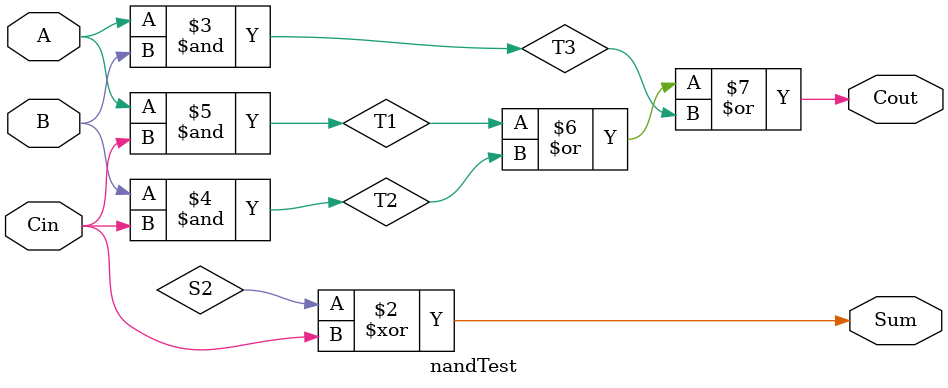
<source format=v>
module nandTest(A,B,Cin,Sum,Cout);
input A,B,Cin;
output Sum,Cout;
wire S1,T1,T2,T3;
xor
X1 (S1,A,B),
X2 (Sum, S2,Cin);
and
A1 (T3, A, B) ,//(输出,输入,输入),
A2 (T2, B, Cin) ,
A3 (T1, A, Cin) ;
or 
o1 (Cout, T1, T2, T3);
endmodule

</source>
